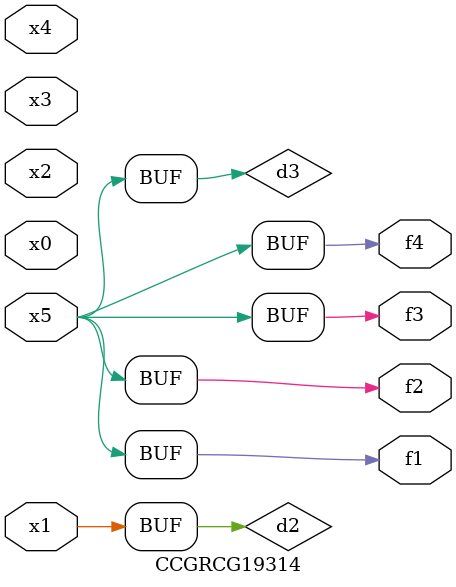
<source format=v>
module CCGRCG19314(
	input x0, x1, x2, x3, x4, x5,
	output f1, f2, f3, f4
);

	wire d1, d2, d3;

	not (d1, x5);
	or (d2, x1);
	xnor (d3, d1);
	assign f1 = d3;
	assign f2 = d3;
	assign f3 = d3;
	assign f4 = d3;
endmodule

</source>
